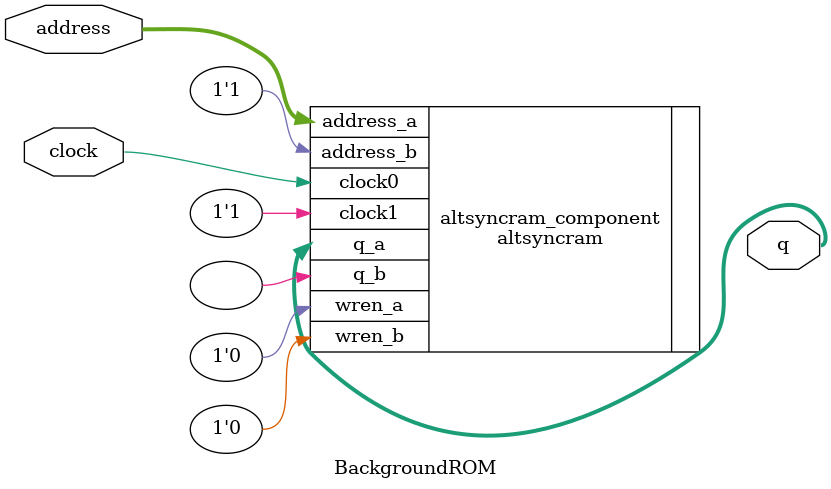
<source format=v>
module BackgroundROM (
    input clock,
    input [16:0] address,
    output reg [8:0] q
);

    // Infers a ROM block initialized with your MIF file
    altsyncram #(
        .operation_mode("ROM"),
        .width_a(9),
        .widthad_a(17),
        .numwords_a(76800), // 320 * 240
        .lpm_type("altsyncram"),
        .init_file("bmp_320_9.mif") 
    ) altsyncram_component (
        .clock0(clock),
        .address_a(address),
        .q_a(q),
        .clock1(1'b1), 
        .address_b(1'b1), 
        .q_b(), 
        .wren_a(1'b0),
        .wren_b(1'b0)
    );

endmodule

</source>
